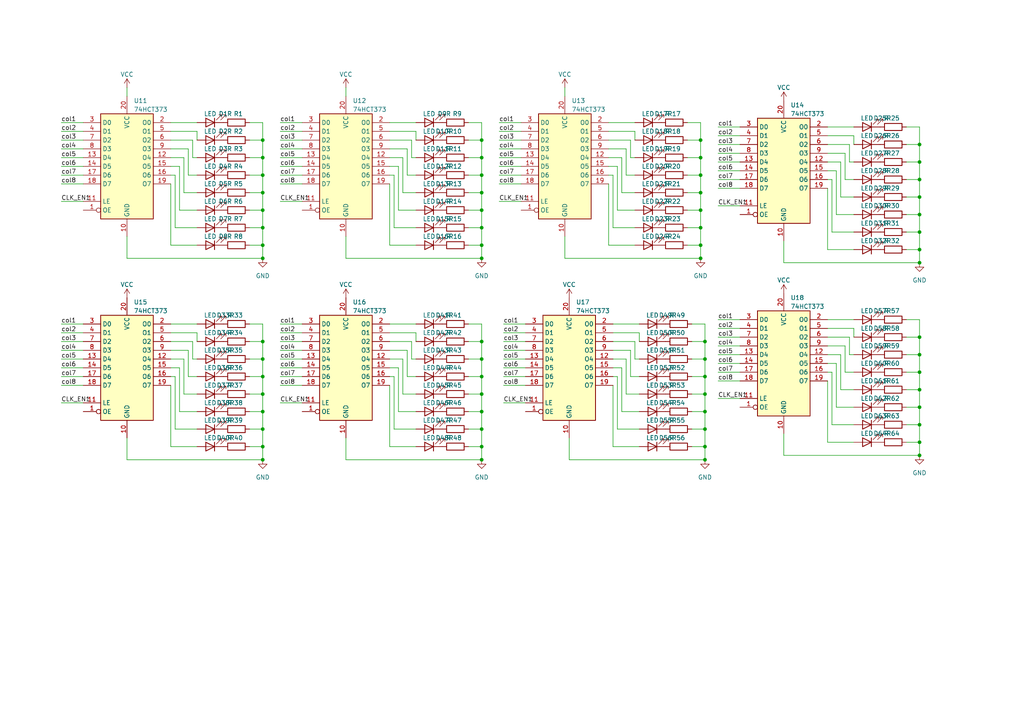
<source format=kicad_sch>
(kicad_sch (version 20230121) (generator eeschema)
  (paper "A4")
  (junction (at 203.2 50.8))
  (junction (at 203.2 45.72))
  (junction (at 266.7 52.07))
  (junction (at 266.7 46.99))
  (junction (at 203.2 74.93))
  (junction (at 139.7 71.12))
  (junction (at 266.7 67.31))
  (junction (at 203.2 60.96))
  (junction (at 203.2 66.04))
  (junction (at 204.47 129.54))
  (junction (at 266.7 57.15))
  (junction (at 203.2 40.64))
  (junction (at 266.7 97.79))
  (junction (at 139.7 104.14))
  (junction (at 266.7 113.03))
  (junction (at 76.2 60.96))
  (junction (at 139.7 129.54))
  (junction (at 204.47 104.14))
  (junction (at 76.2 99.06))
  (junction (at 139.7 99.06))
  (junction (at 76.2 55.88))
  (junction (at 76.2 66.04))
  (junction (at 76.2 71.12))
  (junction (at 139.7 45.72))
  (junction (at 203.2 71.12))
  (junction (at 139.7 60.96))
  (junction (at 204.47 99.06))
  (junction (at 203.2 55.88))
  (junction (at 76.2 129.54))
  (junction (at 266.7 72.39))
  (junction (at 266.7 132.08))
  (junction (at 139.7 133.35))
  (junction (at 139.7 74.93))
  (junction (at 76.2 119.38))
  (junction (at 139.7 66.04))
  (junction (at 76.2 50.8))
  (junction (at 204.47 114.3))
  (junction (at 266.7 107.95))
  (junction (at 76.2 40.64))
  (junction (at 266.7 62.23))
  (junction (at 139.7 119.38))
  (junction (at 76.2 45.72))
  (junction (at 204.47 109.22))
  (junction (at 76.2 114.3))
  (junction (at 266.7 118.11))
  (junction (at 204.47 119.38))
  (junction (at 76.2 133.35))
  (junction (at 139.7 50.8))
  (junction (at 266.7 76.2))
  (junction (at 139.7 124.46))
  (junction (at 266.7 128.27))
  (junction (at 204.47 124.46))
  (junction (at 76.2 74.93))
  (junction (at 266.7 41.91))
  (junction (at 266.7 102.87))
  (junction (at 76.2 124.46))
  (junction (at 139.7 40.64))
  (junction (at 76.2 109.22))
  (junction (at 139.7 114.3))
  (junction (at 139.7 109.22))
  (junction (at 266.7 123.19))
  (junction (at 204.47 133.35))
  (junction (at 139.7 55.88))
  (junction (at 76.2 104.14))
  (wire (pts (xy 139.7 55.88) (xy 139.7 60.96)))
  (wire (pts (xy 246.38 41.91) (xy 246.38 46.99)))
  (wire (pts (xy 81.28 104.14) (xy 87.63 104.14)))
  (wire (pts (xy 72.39 129.54) (xy 76.2 129.54)))
  (wire (pts (xy 72.39 66.04) (xy 76.2 66.04)))
  (wire (pts (xy 113.03 106.68) (xy 115.57 106.68)))
  (wire (pts (xy 240.03 39.37) (xy 247.65 39.37)))
  (wire (pts (xy 120.65 38.1) (xy 120.65 40.64)))
  (wire (pts (xy 49.53 53.34) (xy 49.53 71.12)))
  (wire (pts (xy 100.33 25.4) (xy 100.33 27.94)))
  (wire (pts (xy 50.8 50.8) (xy 50.8 66.04)))
  (wire (pts (xy 55.88 104.14) (xy 57.15 104.14)))
  (wire (pts (xy 262.89 62.23) (xy 266.7 62.23)))
  (wire (pts (xy 139.7 40.64) (xy 139.7 45.72)))
  (wire (pts (xy 246.38 46.99) (xy 247.65 46.99)))
  (wire (pts (xy 76.2 119.38) (xy 76.2 124.46)))
  (wire (pts (xy 116.84 114.3) (xy 120.65 114.3)))
  (wire (pts (xy 179.07 109.22) (xy 179.07 124.46)))
  (wire (pts (xy 266.7 52.07) (xy 266.7 57.15)))
  (wire (pts (xy 17.78 104.14) (xy 24.13 104.14)))
  (wire (pts (xy 144.78 40.64) (xy 151.13 40.64)))
  (wire (pts (xy 163.83 68.58) (xy 163.83 74.93)))
  (wire (pts (xy 36.83 127) (xy 36.83 133.35)))
  (wire (pts (xy 240.03 110.49) (xy 240.03 128.27)))
  (wire (pts (xy 113.03 45.72) (xy 116.84 45.72)))
  (wire (pts (xy 135.89 71.12) (xy 139.7 71.12)))
  (wire (pts (xy 180.34 55.88) (xy 184.15 55.88)))
  (wire (pts (xy 240.03 128.27) (xy 247.65 128.27)))
  (wire (pts (xy 50.8 50.8) (xy 49.53 50.8)))
  (wire (pts (xy 199.39 35.56) (xy 203.2 35.56)))
  (wire (pts (xy 49.53 93.98) (xy 57.15 93.98)))
  (wire (pts (xy 49.53 104.14) (xy 53.34 104.14)))
  (wire (pts (xy 262.89 46.99) (xy 266.7 46.99)))
  (wire (pts (xy 240.03 54.61) (xy 240.03 72.39)))
  (wire (pts (xy 135.89 109.22) (xy 139.7 109.22)))
  (wire (pts (xy 176.53 71.12) (xy 184.15 71.12)))
  (wire (pts (xy 199.39 60.96) (xy 203.2 60.96)))
  (wire (pts (xy 204.47 124.46) (xy 204.47 129.54)))
  (wire (pts (xy 144.78 50.8) (xy 151.13 50.8)))
  (wire (pts (xy 247.65 95.25) (xy 247.65 97.79)))
  (wire (pts (xy 240.03 100.33) (xy 245.11 100.33)))
  (wire (pts (xy 266.7 62.23) (xy 266.7 67.31)))
  (wire (pts (xy 243.84 46.99) (xy 243.84 57.15)))
  (wire (pts (xy 17.78 35.56) (xy 24.13 35.56)))
  (wire (pts (xy 208.28 52.07) (xy 214.63 52.07)))
  (wire (pts (xy 81.28 43.18) (xy 87.63 43.18)))
  (wire (pts (xy 266.7 107.95) (xy 266.7 113.03)))
  (wire (pts (xy 113.03 99.06) (xy 119.38 99.06)))
  (wire (pts (xy 227.33 69.85) (xy 227.33 76.2)))
  (wire (pts (xy 17.78 58.42) (xy 24.13 58.42)))
  (wire (pts (xy 146.05 99.06) (xy 152.4 99.06)))
  (wire (pts (xy 200.66 129.54) (xy 204.47 129.54)))
  (wire (pts (xy 203.2 55.88) (xy 203.2 60.96)))
  (wire (pts (xy 208.28 39.37) (xy 214.63 39.37)))
  (wire (pts (xy 113.03 35.56) (xy 120.65 35.56)))
  (wire (pts (xy 203.2 60.96) (xy 203.2 66.04)))
  (wire (pts (xy 113.03 40.64) (xy 119.38 40.64)))
  (wire (pts (xy 17.78 96.52) (xy 24.13 96.52)))
  (wire (pts (xy 208.28 102.87) (xy 214.63 102.87)))
  (wire (pts (xy 76.2 40.64) (xy 76.2 45.72)))
  (wire (pts (xy 54.61 101.6) (xy 54.61 109.22)))
  (wire (pts (xy 139.7 109.22) (xy 139.7 114.3)))
  (wire (pts (xy 243.84 113.03) (xy 247.65 113.03)))
  (wire (pts (xy 139.7 114.3) (xy 139.7 119.38)))
  (wire (pts (xy 240.03 95.25) (xy 247.65 95.25)))
  (wire (pts (xy 204.47 129.54) (xy 204.47 133.35)))
  (wire (pts (xy 72.39 114.3) (xy 76.2 114.3)))
  (wire (pts (xy 135.89 99.06) (xy 139.7 99.06)))
  (wire (pts (xy 184.15 104.14) (xy 185.42 104.14)))
  (wire (pts (xy 240.03 102.87) (xy 243.84 102.87)))
  (wire (pts (xy 181.61 114.3) (xy 185.42 114.3)))
  (wire (pts (xy 17.78 38.1) (xy 24.13 38.1)))
  (wire (pts (xy 245.11 100.33) (xy 245.11 107.95)))
  (wire (pts (xy 113.03 129.54) (xy 120.65 129.54)))
  (wire (pts (xy 135.89 104.14) (xy 139.7 104.14)))
  (wire (pts (xy 240.03 44.45) (xy 245.11 44.45)))
  (wire (pts (xy 118.11 50.8) (xy 120.65 50.8)))
  (wire (pts (xy 76.2 66.04) (xy 76.2 71.12)))
  (wire (pts (xy 139.7 119.38) (xy 139.7 124.46)))
  (wire (pts (xy 135.89 45.72) (xy 139.7 45.72)))
  (wire (pts (xy 179.07 60.96) (xy 184.15 60.96)))
  (wire (pts (xy 242.57 49.53) (xy 242.57 62.23)))
  (wire (pts (xy 54.61 109.22) (xy 57.15 109.22)))
  (wire (pts (xy 17.78 111.76) (xy 24.13 111.76)))
  (wire (pts (xy 53.34 104.14) (xy 53.34 114.3)))
  (wire (pts (xy 163.83 74.93) (xy 203.2 74.93)))
  (wire (pts (xy 181.61 43.18) (xy 181.61 50.8)))
  (wire (pts (xy 72.39 124.46) (xy 76.2 124.46)))
  (wire (pts (xy 113.03 48.26) (xy 115.57 48.26)))
  (wire (pts (xy 72.39 55.88) (xy 76.2 55.88)))
  (wire (pts (xy 266.7 102.87) (xy 266.7 107.95)))
  (wire (pts (xy 242.57 105.41) (xy 242.57 118.11)))
  (wire (pts (xy 139.7 35.56) (xy 139.7 40.64)))
  (wire (pts (xy 199.39 50.8) (xy 203.2 50.8)))
  (wire (pts (xy 176.53 43.18) (xy 181.61 43.18)))
  (wire (pts (xy 262.89 92.71) (xy 266.7 92.71)))
  (wire (pts (xy 139.7 66.04) (xy 139.7 71.12)))
  (wire (pts (xy 200.66 104.14) (xy 204.47 104.14)))
  (wire (pts (xy 76.2 124.46) (xy 76.2 129.54)))
  (wire (pts (xy 139.7 99.06) (xy 139.7 104.14)))
  (wire (pts (xy 49.53 129.54) (xy 57.15 129.54)))
  (wire (pts (xy 135.89 66.04) (xy 139.7 66.04)))
  (wire (pts (xy 240.03 92.71) (xy 247.65 92.71)))
  (wire (pts (xy 246.38 97.79) (xy 246.38 102.87)))
  (wire (pts (xy 176.53 40.64) (xy 182.88 40.64)))
  (wire (pts (xy 114.3 50.8) (xy 113.03 50.8)))
  (wire (pts (xy 49.53 40.64) (xy 55.88 40.64)))
  (wire (pts (xy 208.28 41.91) (xy 214.63 41.91)))
  (wire (pts (xy 243.84 102.87) (xy 243.84 113.03)))
  (wire (pts (xy 266.7 113.03) (xy 266.7 118.11)))
  (wire (pts (xy 57.15 38.1) (xy 57.15 40.64)))
  (wire (pts (xy 135.89 124.46) (xy 139.7 124.46)))
  (wire (pts (xy 52.07 106.68) (xy 52.07 119.38)))
  (wire (pts (xy 262.89 72.39) (xy 266.7 72.39)))
  (wire (pts (xy 36.83 74.93) (xy 76.2 74.93)))
  (wire (pts (xy 52.07 60.96) (xy 57.15 60.96)))
  (wire (pts (xy 203.2 71.12) (xy 203.2 74.93)))
  (wire (pts (xy 17.78 99.06) (xy 24.13 99.06)))
  (wire (pts (xy 139.7 60.96) (xy 139.7 66.04)))
  (wire (pts (xy 144.78 58.42) (xy 151.13 58.42)))
  (wire (pts (xy 241.3 52.07) (xy 241.3 67.31)))
  (wire (pts (xy 240.03 105.41) (xy 242.57 105.41)))
  (wire (pts (xy 262.89 52.07) (xy 266.7 52.07)))
  (wire (pts (xy 200.66 99.06) (xy 204.47 99.06)))
  (wire (pts (xy 144.78 48.26) (xy 151.13 48.26)))
  (wire (pts (xy 36.83 68.58) (xy 36.83 74.93)))
  (wire (pts (xy 227.33 76.2) (xy 266.7 76.2)))
  (wire (pts (xy 262.89 107.95) (xy 266.7 107.95)))
  (wire (pts (xy 179.07 109.22) (xy 177.8 109.22)))
  (wire (pts (xy 177.8 93.98) (xy 185.42 93.98)))
  (wire (pts (xy 17.78 101.6) (xy 24.13 101.6)))
  (wire (pts (xy 72.39 35.56) (xy 76.2 35.56)))
  (wire (pts (xy 208.28 49.53) (xy 214.63 49.53)))
  (wire (pts (xy 180.34 45.72) (xy 180.34 55.88)))
  (wire (pts (xy 180.34 119.38) (xy 185.42 119.38)))
  (wire (pts (xy 208.28 36.83) (xy 214.63 36.83)))
  (wire (pts (xy 76.2 129.54) (xy 76.2 133.35)))
  (wire (pts (xy 266.7 36.83) (xy 266.7 41.91)))
  (wire (pts (xy 135.89 129.54) (xy 139.7 129.54)))
  (wire (pts (xy 139.7 104.14) (xy 139.7 109.22)))
  (wire (pts (xy 57.15 96.52) (xy 57.15 99.06)))
  (wire (pts (xy 177.8 101.6) (xy 182.88 101.6)))
  (wire (pts (xy 49.53 38.1) (xy 57.15 38.1)))
  (wire (pts (xy 113.03 101.6) (xy 118.11 101.6)))
  (wire (pts (xy 72.39 99.06) (xy 76.2 99.06)))
  (wire (pts (xy 146.05 96.52) (xy 152.4 96.52)))
  (wire (pts (xy 81.28 101.6) (xy 87.63 101.6)))
  (wire (pts (xy 181.61 104.14) (xy 181.61 114.3)))
  (wire (pts (xy 81.28 50.8) (xy 87.63 50.8)))
  (wire (pts (xy 163.83 25.4) (xy 163.83 27.94)))
  (wire (pts (xy 17.78 93.98) (xy 24.13 93.98)))
  (wire (pts (xy 17.78 106.68) (xy 24.13 106.68)))
  (wire (pts (xy 119.38 99.06) (xy 119.38 104.14)))
  (wire (pts (xy 208.28 92.71) (xy 214.63 92.71)))
  (wire (pts (xy 76.2 60.96) (xy 76.2 66.04)))
  (wire (pts (xy 262.89 36.83) (xy 266.7 36.83)))
  (wire (pts (xy 135.89 114.3) (xy 139.7 114.3)))
  (wire (pts (xy 53.34 114.3) (xy 57.15 114.3)))
  (wire (pts (xy 177.8 96.52) (xy 185.42 96.52)))
  (wire (pts (xy 100.33 133.35) (xy 139.7 133.35)))
  (wire (pts (xy 243.84 57.15) (xy 247.65 57.15)))
  (wire (pts (xy 115.57 119.38) (xy 120.65 119.38)))
  (wire (pts (xy 119.38 104.14) (xy 120.65 104.14)))
  (wire (pts (xy 208.28 107.95) (xy 214.63 107.95)))
  (wire (pts (xy 203.2 66.04) (xy 203.2 71.12)))
  (wire (pts (xy 262.89 128.27) (xy 266.7 128.27)))
  (wire (pts (xy 81.28 58.42) (xy 87.63 58.42)))
  (wire (pts (xy 208.28 100.33) (xy 214.63 100.33)))
  (wire (pts (xy 120.65 96.52) (xy 120.65 99.06)))
  (wire (pts (xy 204.47 109.22) (xy 204.47 114.3)))
  (wire (pts (xy 227.33 132.08) (xy 266.7 132.08)))
  (wire (pts (xy 262.89 118.11) (xy 266.7 118.11)))
  (wire (pts (xy 146.05 111.76) (xy 152.4 111.76)))
  (wire (pts (xy 72.39 50.8) (xy 76.2 50.8)))
  (wire (pts (xy 50.8 66.04) (xy 57.15 66.04)))
  (wire (pts (xy 262.89 41.91) (xy 266.7 41.91)))
  (wire (pts (xy 241.3 123.19) (xy 247.65 123.19)))
  (wire (pts (xy 52.07 119.38) (xy 57.15 119.38)))
  (wire (pts (xy 146.05 116.84) (xy 152.4 116.84)))
  (wire (pts (xy 113.03 71.12) (xy 120.65 71.12)))
  (wire (pts (xy 266.7 41.91) (xy 266.7 46.99)))
  (wire (pts (xy 208.28 54.61) (xy 214.63 54.61)))
  (wire (pts (xy 72.39 109.22) (xy 76.2 109.22)))
  (wire (pts (xy 240.03 49.53) (xy 242.57 49.53)))
  (wire (pts (xy 180.34 106.68) (xy 180.34 119.38)))
  (wire (pts (xy 199.39 55.88) (xy 203.2 55.88)))
  (wire (pts (xy 182.88 40.64) (xy 182.88 45.72)))
  (wire (pts (xy 115.57 60.96) (xy 120.65 60.96)))
  (wire (pts (xy 135.89 50.8) (xy 139.7 50.8)))
  (wire (pts (xy 49.53 48.26) (xy 52.07 48.26)))
  (wire (pts (xy 55.88 99.06) (xy 55.88 104.14)))
  (wire (pts (xy 262.89 123.19) (xy 266.7 123.19)))
  (wire (pts (xy 208.28 97.79) (xy 214.63 97.79)))
  (wire (pts (xy 17.78 45.72) (xy 24.13 45.72)))
  (wire (pts (xy 266.7 128.27) (xy 266.7 132.08)))
  (wire (pts (xy 54.61 50.8) (xy 57.15 50.8)))
  (wire (pts (xy 81.28 53.34) (xy 87.63 53.34)))
  (wire (pts (xy 139.7 129.54) (xy 139.7 133.35)))
  (wire (pts (xy 17.78 40.64) (xy 24.13 40.64)))
  (wire (pts (xy 176.53 48.26) (xy 179.07 48.26)))
  (wire (pts (xy 72.39 40.64) (xy 76.2 40.64)))
  (wire (pts (xy 177.8 50.8) (xy 176.53 50.8)))
  (wire (pts (xy 100.33 74.93) (xy 139.7 74.93)))
  (wire (pts (xy 203.2 35.56) (xy 203.2 40.64)))
  (wire (pts (xy 81.28 99.06) (xy 87.63 99.06)))
  (wire (pts (xy 49.53 101.6) (xy 54.61 101.6)))
  (wire (pts (xy 204.47 93.98) (xy 204.47 99.06)))
  (wire (pts (xy 139.7 93.98) (xy 139.7 99.06)))
  (wire (pts (xy 72.39 119.38) (xy 76.2 119.38)))
  (wire (pts (xy 144.78 38.1) (xy 151.13 38.1)))
  (wire (pts (xy 50.8 124.46) (xy 57.15 124.46)))
  (wire (pts (xy 177.8 99.06) (xy 184.15 99.06)))
  (wire (pts (xy 146.05 93.98) (xy 152.4 93.98)))
  (wire (pts (xy 208.28 115.57) (xy 214.63 115.57)))
  (wire (pts (xy 76.2 93.98) (xy 76.2 99.06)))
  (wire (pts (xy 81.28 48.26) (xy 87.63 48.26)))
  (wire (pts (xy 240.03 36.83) (xy 247.65 36.83)))
  (wire (pts (xy 76.2 50.8) (xy 76.2 55.88)))
  (wire (pts (xy 184.15 99.06) (xy 184.15 104.14)))
  (wire (pts (xy 262.89 57.15) (xy 266.7 57.15)))
  (wire (pts (xy 177.8 111.76) (xy 177.8 129.54)))
  (wire (pts (xy 36.83 25.4) (xy 36.83 27.94)))
  (wire (pts (xy 81.28 106.68) (xy 87.63 106.68)))
  (wire (pts (xy 139.7 50.8) (xy 139.7 55.88)))
  (wire (pts (xy 203.2 40.64) (xy 203.2 45.72)))
  (wire (pts (xy 177.8 66.04) (xy 184.15 66.04)))
  (wire (pts (xy 185.42 96.52) (xy 185.42 99.06)))
  (wire (pts (xy 139.7 71.12) (xy 139.7 74.93)))
  (wire (pts (xy 242.57 118.11) (xy 247.65 118.11)))
  (wire (pts (xy 17.78 109.22) (xy 24.13 109.22)))
  (wire (pts (xy 81.28 93.98) (xy 87.63 93.98)))
  (wire (pts (xy 76.2 71.12) (xy 76.2 74.93)))
  (wire (pts (xy 76.2 99.06) (xy 76.2 104.14)))
  (wire (pts (xy 208.28 46.99) (xy 214.63 46.99)))
  (wire (pts (xy 199.39 66.04) (xy 203.2 66.04)))
  (wire (pts (xy 181.61 50.8) (xy 184.15 50.8)))
  (wire (pts (xy 114.3 66.04) (xy 120.65 66.04)))
  (wire (pts (xy 72.39 93.98) (xy 76.2 93.98)))
  (wire (pts (xy 204.47 114.3) (xy 204.47 119.38)))
  (wire (pts (xy 135.89 55.88) (xy 139.7 55.88)))
  (wire (pts (xy 17.78 43.18) (xy 24.13 43.18)))
  (wire (pts (xy 113.03 96.52) (xy 120.65 96.52)))
  (wire (pts (xy 182.88 109.22) (xy 185.42 109.22)))
  (wire (pts (xy 227.33 125.73) (xy 227.33 132.08)))
  (wire (pts (xy 199.39 45.72) (xy 203.2 45.72)))
  (wire (pts (xy 17.78 116.84) (xy 24.13 116.84)))
  (wire (pts (xy 139.7 124.46) (xy 139.7 129.54)))
  (wire (pts (xy 241.3 107.95) (xy 241.3 123.19)))
  (wire (pts (xy 177.8 106.68) (xy 180.34 106.68)))
  (wire (pts (xy 116.84 55.88) (xy 120.65 55.88)))
  (wire (pts (xy 240.03 41.91) (xy 246.38 41.91)))
  (wire (pts (xy 144.78 53.34) (xy 151.13 53.34)))
  (wire (pts (xy 49.53 35.56) (xy 57.15 35.56)))
  (wire (pts (xy 179.07 48.26) (xy 179.07 60.96)))
  (wire (pts (xy 55.88 40.64) (xy 55.88 45.72)))
  (wire (pts (xy 81.28 45.72) (xy 87.63 45.72)))
  (wire (pts (xy 116.84 104.14) (xy 116.84 114.3)))
  (wire (pts (xy 208.28 59.69) (xy 214.63 59.69)))
  (wire (pts (xy 176.53 35.56) (xy 184.15 35.56)))
  (wire (pts (xy 199.39 71.12) (xy 203.2 71.12)))
  (wire (pts (xy 240.03 46.99) (xy 243.84 46.99)))
  (wire (pts (xy 76.2 109.22) (xy 76.2 114.3)))
  (wire (pts (xy 266.7 57.15) (xy 266.7 62.23)))
  (wire (pts (xy 199.39 40.64) (xy 203.2 40.64)))
  (wire (pts (xy 182.88 45.72) (xy 184.15 45.72)))
  (wire (pts (xy 49.53 71.12) (xy 57.15 71.12)))
  (wire (pts (xy 245.11 52.07) (xy 247.65 52.07)))
  (wire (pts (xy 262.89 113.03) (xy 266.7 113.03)))
  (wire (pts (xy 204.47 104.14) (xy 204.47 109.22)))
  (wire (pts (xy 200.66 119.38) (xy 204.47 119.38)))
  (wire (pts (xy 245.11 107.95) (xy 247.65 107.95)))
  (wire (pts (xy 203.2 50.8) (xy 203.2 55.88)))
  (wire (pts (xy 76.2 45.72) (xy 76.2 50.8)))
  (wire (pts (xy 113.03 93.98) (xy 120.65 93.98)))
  (wire (pts (xy 81.28 111.76) (xy 87.63 111.76)))
  (wire (pts (xy 81.28 35.56) (xy 87.63 35.56)))
  (wire (pts (xy 200.66 124.46) (xy 204.47 124.46)))
  (wire (pts (xy 240.03 72.39) (xy 247.65 72.39)))
  (wire (pts (xy 100.33 127) (xy 100.33 133.35)))
  (wire (pts (xy 146.05 104.14) (xy 152.4 104.14)))
  (wire (pts (xy 200.66 109.22) (xy 204.47 109.22)))
  (wire (pts (xy 113.03 104.14) (xy 116.84 104.14)))
  (wire (pts (xy 241.3 67.31) (xy 247.65 67.31)))
  (wire (pts (xy 204.47 119.38) (xy 204.47 124.46)))
  (wire (pts (xy 144.78 35.56) (xy 151.13 35.56)))
  (wire (pts (xy 113.03 38.1) (xy 120.65 38.1)))
  (wire (pts (xy 81.28 109.22) (xy 87.63 109.22)))
  (wire (pts (xy 266.7 46.99) (xy 266.7 52.07)))
  (wire (pts (xy 113.03 111.76) (xy 113.03 129.54)))
  (wire (pts (xy 176.53 45.72) (xy 180.34 45.72)))
  (wire (pts (xy 266.7 123.19) (xy 266.7 128.27)))
  (wire (pts (xy 72.39 71.12) (xy 76.2 71.12)))
  (wire (pts (xy 81.28 38.1) (xy 87.63 38.1)))
  (wire (pts (xy 76.2 55.88) (xy 76.2 60.96)))
  (wire (pts (xy 76.2 114.3) (xy 76.2 119.38)))
  (wire (pts (xy 53.34 45.72) (xy 53.34 55.88)))
  (wire (pts (xy 72.39 45.72) (xy 76.2 45.72)))
  (wire (pts (xy 177.8 104.14) (xy 181.61 104.14)))
  (wire (pts (xy 266.7 67.31) (xy 266.7 72.39)))
  (wire (pts (xy 262.89 97.79) (xy 266.7 97.79)))
  (wire (pts (xy 116.84 45.72) (xy 116.84 55.88)))
  (wire (pts (xy 182.88 101.6) (xy 182.88 109.22)))
  (wire (pts (xy 81.28 96.52) (xy 87.63 96.52)))
  (wire (pts (xy 176.53 53.34) (xy 176.53 71.12)))
  (wire (pts (xy 146.05 101.6) (xy 152.4 101.6)))
  (wire (pts (xy 241.3 52.07) (xy 240.03 52.07)))
  (wire (pts (xy 81.28 116.84) (xy 87.63 116.84)))
  (wire (pts (xy 144.78 43.18) (xy 151.13 43.18)))
  (wire (pts (xy 52.07 48.26) (xy 52.07 60.96)))
  (wire (pts (xy 113.03 43.18) (xy 118.11 43.18)))
  (wire (pts (xy 179.07 124.46) (xy 185.42 124.46)))
  (wire (pts (xy 247.65 39.37) (xy 247.65 41.91)))
  (wire (pts (xy 119.38 45.72) (xy 120.65 45.72)))
  (wire (pts (xy 49.53 99.06) (xy 55.88 99.06)))
  (wire (pts (xy 76.2 104.14) (xy 76.2 109.22)))
  (wire (pts (xy 262.89 102.87) (xy 266.7 102.87)))
  (wire (pts (xy 53.34 55.88) (xy 57.15 55.88)))
  (wire (pts (xy 266.7 72.39) (xy 266.7 76.2)))
  (wire (pts (xy 49.53 96.52) (xy 57.15 96.52)))
  (wire (pts (xy 144.78 45.72) (xy 151.13 45.72)))
  (wire (pts (xy 203.2 45.72) (xy 203.2 50.8)))
  (wire (pts (xy 208.28 95.25) (xy 214.63 95.25)))
  (wire (pts (xy 135.89 40.64) (xy 139.7 40.64)))
  (wire (pts (xy 100.33 68.58) (xy 100.33 74.93)))
  (wire (pts (xy 266.7 97.79) (xy 266.7 102.87)))
  (wire (pts (xy 266.7 92.71) (xy 266.7 97.79)))
  (wire (pts (xy 139.7 45.72) (xy 139.7 50.8)))
  (wire (pts (xy 176.53 38.1) (xy 184.15 38.1)))
  (wire (pts (xy 135.89 93.98) (xy 139.7 93.98)))
  (wire (pts (xy 114.3 109.22) (xy 113.03 109.22)))
  (wire (pts (xy 50.8 109.22) (xy 49.53 109.22)))
  (wire (pts (xy 240.03 97.79) (xy 246.38 97.79)))
  (wire (pts (xy 245.11 44.45) (xy 245.11 52.07)))
  (wire (pts (xy 118.11 43.18) (xy 118.11 50.8)))
  (wire (pts (xy 54.61 43.18) (xy 54.61 50.8)))
  (wire (pts (xy 208.28 105.41) (xy 214.63 105.41)))
  (wire (pts (xy 266.7 118.11) (xy 266.7 123.19)))
  (wire (pts (xy 135.89 35.56) (xy 139.7 35.56)))
  (wire (pts (xy 119.38 40.64) (xy 119.38 45.72)))
  (wire (pts (xy 36.83 133.35) (xy 76.2 133.35)))
  (wire (pts (xy 115.57 106.68) (xy 115.57 119.38)))
  (wire (pts (xy 208.28 110.49) (xy 214.63 110.49)))
  (wire (pts (xy 242.57 62.23) (xy 247.65 62.23)))
  (wire (pts (xy 208.28 44.45) (xy 214.63 44.45)))
  (wire (pts (xy 49.53 43.18) (xy 54.61 43.18)))
  (wire (pts (xy 204.47 99.06) (xy 204.47 104.14)))
  (wire (pts (xy 118.11 109.22) (xy 120.65 109.22)))
  (wire (pts (xy 246.38 102.87) (xy 247.65 102.87)))
  (wire (pts (xy 200.66 93.98) (xy 204.47 93.98)))
  (wire (pts (xy 146.05 106.68) (xy 152.4 106.68)))
  (wire (pts (xy 55.88 45.72) (xy 57.15 45.72)))
  (wire (pts (xy 200.66 114.3) (xy 204.47 114.3)))
  (wire (pts (xy 146.05 109.22) (xy 152.4 109.22)))
  (wire (pts (xy 49.53 45.72) (xy 53.34 45.72)))
  (wire (pts (xy 241.3 107.95) (xy 240.03 107.95)))
  (wire (pts (xy 114.3 124.46) (xy 120.65 124.46)))
  (wire (pts (xy 17.78 53.34) (xy 24.13 53.34)))
  (wire (pts (xy 72.39 104.14) (xy 76.2 104.14)))
  (wire (pts (xy 115.57 48.26) (xy 115.57 60.96)))
  (wire (pts (xy 135.89 60.96) (xy 139.7 60.96)))
  (wire (pts (xy 76.2 35.56) (xy 76.2 40.64)))
  (wire (pts (xy 50.8 109.22) (xy 50.8 124.46)))
  (wire (pts (xy 184.15 38.1) (xy 184.15 40.64)))
  (wire (pts (xy 165.1 127) (xy 165.1 133.35)))
  (wire (pts (xy 17.78 48.26) (xy 24.13 48.26)))
  (wire (pts (xy 17.78 50.8) (xy 24.13 50.8)))
  (wire (pts (xy 118.11 101.6) (xy 118.11 109.22)))
  (wire (pts (xy 114.3 109.22) (xy 114.3 124.46)))
  (wire (pts (xy 113.03 53.34) (xy 113.03 71.12)))
  (wire (pts (xy 81.28 40.64) (xy 87.63 40.64)))
  (wire (pts (xy 135.89 119.38) (xy 139.7 119.38)))
  (wire (pts (xy 262.89 67.31) (xy 266.7 67.31)))
  (wire (pts (xy 49.53 106.68) (xy 52.07 106.68)))
  (wire (pts (xy 177.8 129.54) (xy 185.42 129.54)))
  (wire (pts (xy 114.3 50.8) (xy 114.3 66.04)))
  (wire (pts (xy 49.53 111.76) (xy 49.53 129.54)))
  (wire (pts (xy 165.1 133.35) (xy 204.47 133.35)))
  (wire (pts (xy 177.8 50.8) (xy 177.8 66.04)))
  (wire (pts (xy 72.39 60.96) (xy 76.2 60.96)))
  (label "col4" (at 208.28 44.45 0))
  (label "col2" (at 208.28 39.37 0))
  (label "col1" (at 146.05 93.98 0))
  (label "col6" (at 81.28 48.26 0))
  (label "col3" (at 208.28 41.91 0))
  (label "col4" (at 208.28 100.33 0))
  (label "col6" (at 81.28 106.68 0))
  (label "col5" (at 208.28 46.99 0))
  (label "col4" (at 81.28 101.6 0))
  (label "col6" (at 17.78 106.68 0))
  (label "col5" (at 17.78 104.14 0))
  (label "CLK_EN1" (at 81.28 58.42 0))
  (label "col5" (at 144.78 45.72 0))
  (label "col7" (at 146.05 109.22 0))
  (label "col6" (at 208.28 105.41 0))
  (label "col8" (at 81.28 53.34 0))
  (label "col1" (at 208.28 92.71 0))
  (label "col7" (at 17.78 109.22 0))
  (label "col4" (at 17.78 43.18 0))
  (label "col3" (at 81.28 99.06 0))
  (label "col4" (at 144.78 43.18 0))
  (label "col8" (at 17.78 53.34 0))
  (label "col2" (at 81.28 96.52 0))
  (label "col4" (at 146.05 101.6 0))
  (label "col7" (at 208.28 52.07 0))
  (label "col5" (at 81.28 104.14 0))
  (label "col7" (at 144.78 50.8 0))
  (label "col1" (at 208.28 36.83 0))
  (label "col3" (at 208.28 97.79 0))
  (label "col8" (at 146.05 111.76 0))
  (label "col8" (at 81.28 111.76 0))
  (label "col5" (at 146.05 104.14 0))
  (label "col8" (at 208.28 54.61 0))
  (label "col1" (at 81.28 93.98 0))
  (label "col6" (at 208.28 49.53 0))
  (label "CLK_EN1" (at 81.28 116.84 0))
  (label "CLK_EN1" (at 208.28 115.57 0))
  (label "col2" (at 144.78 38.1 0))
  (label "col6" (at 146.05 106.68 0))
  (label "col5" (at 17.78 45.72 0))
  (label "col6" (at 17.78 48.26 0))
  (label "col2" (at 17.78 96.52 0))
  (label "CLK_EN1" (at 17.78 116.84 0))
  (label "col3" (at 17.78 40.64 0))
  (label "col3" (at 81.28 40.64 0))
  (label "col5" (at 81.28 45.72 0))
  (label "col5" (at 208.28 102.87 0))
  (label "col1" (at 144.78 35.56 0))
  (label "CLK_EN1" (at 144.78 58.42 0))
  (label "col6" (at 144.78 48.26 0))
  (label "col1" (at 17.78 93.98 0))
  (label "col2" (at 208.28 95.25 0))
  (label "col3" (at 144.78 40.64 0))
  (label "col3" (at 17.78 99.06 0))
  (label "col7" (at 81.28 50.8 0))
  (label "col3" (at 146.05 99.06 0))
  (label "col7" (at 17.78 50.8 0))
  (label "col4" (at 17.78 101.6 0))
  (label "col4" (at 81.28 43.18 0))
  (label "col1" (at 17.78 35.56 0))
  (label "CLK_EN1" (at 208.28 59.69 0))
  (label "col1" (at 81.28 35.56 0))
  (label "CLK_EN1" (at 146.05 116.84 0))
  (label "col7" (at 208.28 107.95 0))
  (label "CLK_EN1" (at 17.78 58.42 0))
  (label "col7" (at 81.28 109.22 0))
  (label "col8" (at 208.28 110.49 0))
  (label "col2" (at 146.05 96.52 0))
  (label "col2" (at 17.78 38.1 0))
  (label "col8" (at 144.78 53.34 0))
  (label "col2" (at 81.28 38.1 0))
  (label "col8" (at 17.78 111.76 0))
  (symbol (lib_id "Device:LED") (at 189.23 129.54 180) (unit 1)
    (property "Reference" "D56" (at 193.04 127 0))
    (property "Value" "LED" (at 189.23 127 0))
    (property "Footprint" "LED_THT:LED_D10.0mm" (effects hide))
  )
  (symbol (lib_id "Device:LED") (at 251.46 72.39 180) (unit 1)
    (property "Reference" "D32" (at 255.27 69.85 0))
    (property "Value" "LED" (at 251.46 69.85 0))
    (property "Footprint" "LED_THT:LED_D10.0mm" (effects hide))
  )
  (symbol (lib_id "Device:LED") (at 187.96 66.04 180) (unit 1)
    (property "Reference" "D23" (at 191.77 63.5 0))
    (property "Value" "LED" (at 187.96 63.5 0))
    (property "Footprint" "LED_THT:LED_D10.0mm" (effects hide))
  )
  (symbol (lib_id "Device:LED") (at 124.46 55.88 180) (unit 1)
    (property "Reference" "D13" (at 128.27 53.34 0))
    (property "Value" "LED" (at 124.46 53.34 0))
    (property "Footprint" "LED_THT:LED_D10.0mm" (effects hide))
  )
  (symbol (lib_id "Device:LED") (at 60.96 93.98 180) (unit 1)
    (property "Reference" "D33" (at 64.77 91.44 0))
    (property "Value" "LED" (at 60.96 91.44 0))
    (property "Footprint" "LED_THT:LED_D10.0mm" (effects hide))
  )
  (symbol (lib_id "74xx:74HCT373") (at 100.33 106.68 0) (unit 1)
    (property "Reference" "U16" (at 102.2859 87.63 0) (effects (justify left)))
    (property "Value" "74HCT373" (at 102.2859 90.17 0) (effects (justify left)))
    (property "Footprint" "Package_SO:TSSOP-20_4.4x6.5mm_P0.65mm" (effects hide))
    (property "Datasheet" "https://www.ti.com/lit/ds/symlink/sn74hct373.pdf" (effects hide))
  )
  (symbol (lib_id "Device:LED") (at 60.96 45.72 180) (unit 1)
    (property "Reference" "D3" (at 64.77 43.18 0))
    (property "Value" "LED" (at 60.96 43.18 0))
    (property "Footprint" "LED_THT:LED_D10.0mm" (effects hide))
  )
  (symbol (lib_id "Device:LED") (at 60.96 35.56 180) (unit 1)
    (property "Reference" "D1" (at 64.77 33.02 0))
    (property "Value" "LED" (at 60.96 33.02 0))
    (property "Footprint" "LED_THT:LED_D10.0mm" (effects hide))
  )
  (symbol (lib_id "74xx:74HCT373") (at 36.83 106.68 0) (unit 1)
    (property "Reference" "U15" (at 38.7859 87.63 0) (effects (justify left)))
    (property "Value" "74HCT373" (at 38.7859 90.17 0) (effects (justify left)))
    (property "Footprint" "Package_SO:TSSOP-20_4.4x6.5mm_P0.65mm" (effects hide))
    (property "Datasheet" "https://www.ti.com/lit/ds/symlink/sn74hct373.pdf" (effects hide))
  )
  (symbol (lib_id "Device:R") (at 259.08 62.23 90) (unit 1)
    (property "Reference" "R30" (at 260.985 59.69 90) (effects (justify left)))
    (property "Value" "R" (at 257.81 59.69 90) (effects (justify left)))
    (property "Footprint" "Resistor_SMD:R_0603_1608Metric" (effects hide))
  )
  (symbol (lib_id "Device:LED") (at 251.46 102.87 180) (unit 1)
    (property "Reference" "D59" (at 255.27 100.33 0))
    (property "Value" "LED" (at 251.46 100.33 0))
    (property "Footprint" "LED_THT:LED_D10.0mm" (effects hide))
  )
  (symbol (lib_id "power:GND") (at 203.2 74.93 0) (unit 1)
    (property "Reference" "#PWR010" (effects hide))
    (property "Value" "GND" (at 203.2 80.01 0))
  )
  (symbol (lib_id "Device:R") (at 259.08 67.31 90) (unit 1)
    (property "Reference" "R31" (at 260.985 64.77 90) (effects (justify left)))
    (property "Value" "R" (at 257.81 64.77 90) (effects (justify left)))
    (property "Footprint" "Resistor_SMD:R_0603_1608Metric" (effects hide))
  )
  (symbol (lib_id "power:VCC") (at 227.33 85.09 0) (unit 1)
    (property "Reference" "#PWR019" (effects hide))
    (property "Value" "VCC" (at 227.33 81.28 0))
  )
  (symbol (lib_id "Device:LED") (at 251.46 113.03 180) (unit 1)
    (property "Reference" "D61" (at 255.27 110.49 0))
    (property "Value" "LED" (at 251.46 110.49 0))
    (property "Footprint" "LED_THT:LED_D10.0mm" (effects hide))
  )
  (symbol (lib_id "Device:R") (at 68.58 45.72 90) (unit 1)
    (property "Reference" "R3" (at 70.485 43.18 90) (effects (justify left)))
    (property "Value" "R" (at 67.31 43.18 90) (effects (justify left)))
    (property "Footprint" "Resistor_SMD:R_0603_1608Metric" (effects hide))
  )
  (symbol (lib_id "Device:LED") (at 187.96 40.64 180) (unit 1)
    (property "Reference" "D18" (at 191.77 38.1 0))
    (property "Value" "LED" (at 187.96 38.1 0))
    (property "Footprint" "LED_THT:LED_D10.0mm" (effects hide))
  )
  (symbol (lib_id "Device:R") (at 68.58 66.04 90) (unit 1)
    (property "Reference" "R7" (at 70.485 63.5 90) (effects (justify left)))
    (property "Value" "R" (at 67.31 63.5 90) (effects (justify left)))
    (property "Footprint" "Resistor_SMD:R_0603_1608Metric" (effects hide))
  )
  (symbol (lib_id "Device:R") (at 132.08 50.8 90) (unit 1)
    (property "Reference" "R12" (at 133.985 48.26 90) (effects (justify left)))
    (property "Value" "R" (at 130.81 48.26 90) (effects (justify left)))
    (property "Footprint" "Resistor_SMD:R_0603_1608Metric" (effects hide))
  )
  (symbol (lib_id "power:GND") (at 76.2 133.35 0) (unit 1)
    (property "Reference" "#PWR014" (effects hide))
    (property "Value" "GND" (at 76.2 138.43 0))
  )
  (symbol (lib_id "Device:R") (at 195.58 66.04 90) (unit 1)
    (property "Reference" "R23" (at 197.485 63.5 90) (effects (justify left)))
    (property "Value" "R" (at 194.31 63.5 90) (effects (justify left)))
    (property "Footprint" "Resistor_SMD:R_0603_1608Metric" (effects hide))
  )
  (symbol (lib_id "Device:LED") (at 124.46 40.64 180) (unit 1)
    (property "Reference" "D10" (at 128.27 38.1 0))
    (property "Value" "LED" (at 124.46 38.1 0))
    (property "Footprint" "LED_THT:LED_D10.0mm" (effects hide))
  )
  (symbol (lib_id "Device:R") (at 196.85 124.46 90) (unit 1)
    (property "Reference" "R55" (at 198.755 121.92 90) (effects (justify left)))
    (property "Value" "R" (at 195.58 121.92 90) (effects (justify left)))
    (property "Footprint" "Resistor_SMD:R_0603_1608Metric" (effects hide))
  )
  (symbol (lib_id "Device:R") (at 259.08 52.07 90) (unit 1)
    (property "Reference" "R28" (at 260.985 49.53 90) (effects (justify left)))
    (property "Value" "R" (at 257.81 49.53 90) (effects (justify left)))
    (property "Footprint" "Resistor_SMD:R_0603_1608Metric" (effects hide))
  )
  (symbol (lib_id "Device:LED") (at 124.46 45.72 180) (unit 1)
    (property "Reference" "D11" (at 128.27 43.18 0))
    (property "Value" "LED" (at 124.46 43.18 0))
    (property "Footprint" "LED_THT:LED_D10.0mm" (effects hide))
  )
  (symbol (lib_id "Device:LED") (at 124.46 104.14 180) (unit 1)
    (property "Reference" "D43" (at 128.27 101.6 0))
    (property "Value" "LED" (at 124.46 101.6 0))
    (property "Footprint" "LED_THT:LED_D10.0mm" (effects hide))
  )
  (symbol (lib_id "Device:R") (at 132.08 71.12 90) (unit 1)
    (property "Reference" "R16" (at 133.985 68.58 90) (effects (justify left)))
    (property "Value" "R" (at 130.81 68.58 90) (effects (justify left)))
    (property "Footprint" "Resistor_SMD:R_0603_1608Metric" (effects hide))
  )
  (symbol (lib_id "Device:R") (at 68.58 60.96 90) (unit 1)
    (property "Reference" "R6" (at 70.485 58.42 90) (effects (justify left)))
    (property "Value" "R" (at 67.31 58.42 90) (effects (justify left)))
    (property "Footprint" "Resistor_SMD:R_0603_1608Metric" (effects hide))
  )
  (symbol (lib_id "Device:LED") (at 251.46 118.11 180) (unit 1)
    (property "Reference" "D62" (at 255.27 115.57 0))
    (property "Value" "LED" (at 251.46 115.57 0))
    (property "Footprint" "LED_THT:LED_D10.0mm" (effects hide))
  )
  (symbol (lib_id "Device:R") (at 132.08 119.38 90) (unit 1)
    (property "Reference" "R46" (at 133.985 116.84 90) (effects (justify left)))
    (property "Value" "R" (at 130.81 116.84 90) (effects (justify left)))
    (property "Footprint" "Resistor_SMD:R_0603_1608Metric" (effects hide))
  )
  (symbol (lib_id "Device:LED") (at 60.96 71.12 180) (unit 1)
    (property "Reference" "D8" (at 64.77 68.58 0))
    (property "Value" "LED" (at 60.96 68.58 0))
    (property "Footprint" "LED_THT:LED_D10.0mm" (effects hide))
  )
  (symbol (lib_id "Device:R") (at 195.58 40.64 90) (unit 1)
    (property "Reference" "R18" (at 197.485 38.1 90) (effects (justify left)))
    (property "Value" "R" (at 194.31 38.1 90) (effects (justify left)))
    (property "Footprint" "Resistor_SMD:R_0603_1608Metric" (effects hide))
  )
  (symbol (lib_id "Device:LED") (at 60.96 60.96 180) (unit 1)
    (property "Reference" "D6" (at 64.77 58.42 0))
    (property "Value" "LED" (at 60.96 58.42 0))
    (property "Footprint" "LED_THT:LED_D10.0mm" (effects hide))
  )
  (symbol (lib_id "Device:R") (at 132.08 66.04 90) (unit 1)
    (property "Reference" "R15" (at 133.985 63.5 90) (effects (justify left)))
    (property "Value" "R" (at 130.81 63.5 90) (effects (justify left)))
    (property "Footprint" "Resistor_SMD:R_0603_1608Metric" (effects hide))
  )
  (symbol (lib_id "Device:LED") (at 124.46 114.3 180) (unit 1)
    (property "Reference" "D45" (at 128.27 111.76 0))
    (property "Value" "LED" (at 124.46 111.76 0))
    (property "Footprint" "LED_THT:LED_D10.0mm" (effects hide))
  )
  (symbol (lib_id "Device:R") (at 132.08 109.22 90) (unit 1)
    (property "Reference" "R44" (at 133.985 106.68 90) (effects (justify left)))
    (property "Value" "R" (at 130.81 106.68 90) (effects (justify left)))
    (property "Footprint" "Resistor_SMD:R_0603_1608Metric" (effects hide))
  )
  (symbol (lib_id "Device:LED") (at 124.46 129.54 180) (unit 1)
    (property "Reference" "D48" (at 128.27 127 0))
    (property "Value" "LED" (at 124.46 127 0))
    (property "Footprint" "LED_THT:LED_D10.0mm" (effects hide))
  )
  (symbol (lib_id "power:VCC") (at 163.83 25.4 0) (unit 1)
    (property "Reference" "#PWR09" (effects hide))
    (property "Value" "VCC" (at 163.83 21.59 0))
  )
  (symbol (lib_id "Device:LED") (at 60.96 55.88 180) (unit 1)
    (property "Reference" "D5" (at 64.77 53.34 0))
    (property "Value" "LED" (at 60.96 53.34 0))
    (property "Footprint" "LED_THT:LED_D10.0mm" (effects hide))
  )
  (symbol (lib_id "Device:R") (at 195.58 50.8 90) (unit 1)
    (property "Reference" "R20" (at 197.485 48.26 90) (effects (justify left)))
    (property "Value" "R" (at 194.31 48.26 90) (effects (justify left)))
    (property "Footprint" "Resistor_SMD:R_0603_1608Metric" (effects hide))
  )
  (symbol (lib_id "Device:R") (at 132.08 129.54 90) (unit 1)
    (property "Reference" "R48" (at 133.985 127 90) (effects (justify left)))
    (property "Value" "R" (at 130.81 127 90) (effects (justify left)))
    (property "Footprint" "Resistor_SMD:R_0603_1608Metric" (effects hide))
  )
  (symbol (lib_id "Device:LED") (at 60.96 114.3 180) (unit 1)
    (property "Reference" "D37" (at 64.77 111.76 0))
    (property "Value" "LED" (at 60.96 111.76 0))
    (property "Footprint" "LED_THT:LED_D10.0mm" (effects hide))
  )
  (symbol (lib_id "Device:LED") (at 251.46 97.79 180) (unit 1)
    (property "Reference" "D58" (at 255.27 95.25 0))
    (property "Value" "LED" (at 251.46 95.25 0))
    (property "Footprint" "LED_THT:LED_D10.0mm" (effects hide))
  )
  (symbol (lib_id "Device:LED") (at 251.46 41.91 180) (unit 1)
    (property "Reference" "D26" (at 255.27 39.37 0))
    (property "Value" "LED" (at 251.46 39.37 0))
    (property "Footprint" "LED_THT:LED_D10.0mm" (effects hide))
  )
  (symbol (lib_id "Device:LED") (at 251.46 52.07 180) (unit 1)
    (property "Reference" "D28" (at 255.27 49.53 0))
    (property "Value" "LED" (at 251.46 49.53 0))
    (property "Footprint" "LED_THT:LED_D10.0mm" (effects hide))
  )
  (symbol (lib_id "Device:R") (at 259.08 118.11 90) (unit 1)
    (property "Reference" "R62" (at 260.985 115.57 90) (effects (justify left)))
    (property "Value" "R" (at 257.81 115.57 90) (effects (justify left)))
    (property "Footprint" "Resistor_SMD:R_0603_1608Metric" (effects hide))
  )
  (symbol (lib_id "74xx:74HCT373") (at 36.83 48.26 0) (unit 1)
    (property "Reference" "U11" (at 38.7859 29.21 0) (effects (justify left)))
    (property "Value" "74HCT373" (at 38.7859 31.75 0) (effects (justify left)))
    (property "Footprint" "Package_SO:TSSOP-20_4.4x6.5mm_P0.65mm" (effects hide))
    (property "Datasheet" "https://www.ti.com/lit/ds/symlink/sn74hct373.pdf" (effects hide))
  )
  (symbol (lib_id "Device:R") (at 132.08 104.14 90) (unit 1)
    (property "Reference" "R43" (at 133.985 101.6 90) (effects (justify left)))
    (property "Value" "R" (at 130.81 101.6 90) (effects (justify left)))
    (property "Footprint" "Resistor_SMD:R_0603_1608Metric" (effects hide))
  )
  (symbol (lib_id "Device:LED") (at 124.46 50.8 180) (unit 1)
    (property "Reference" "D12" (at 128.27 48.26 0))
    (property "Value" "LED" (at 124.46 48.26 0))
    (property "Footprint" "LED_THT:LED_D10.0mm" (effects hide))
  )
  (symbol (lib_id "power:VCC") (at 36.83 86.36 0) (unit 1)
    (property "Reference" "#PWR013" (effects hide))
    (property "Value" "VCC" (at 36.83 82.55 0))
  )
  (symbol (lib_id "Device:LED") (at 189.23 93.98 180) (unit 1)
    (property "Reference" "D49" (at 193.04 91.44 0))
    (property "Value" "LED" (at 189.23 91.44 0))
    (property "Footprint" "LED_THT:LED_D10.0mm" (effects hide))
  )
  (symbol (lib_id "Device:LED") (at 251.46 62.23 180) (unit 1)
    (property "Reference" "D30" (at 255.27 59.69 0))
    (property "Value" "LED" (at 251.46 59.69 0))
    (property "Footprint" "LED_THT:LED_D10.0mm" (effects hide))
  )
  (symbol (lib_id "Device:LED") (at 60.96 66.04 180) (unit 1)
    (property "Reference" "D7" (at 64.77 63.5 0))
    (property "Value" "LED" (at 60.96 63.5 0))
    (property "Footprint" "LED_THT:LED_D10.0mm" (effects hide))
  )
  (symbol (lib_id "Device:R") (at 68.58 71.12 90) (unit 1)
    (property "Reference" "R8" (at 70.485 68.58 90) (effects (justify left)))
    (property "Value" "R" (at 67.31 68.58 90) (effects (justify left)))
    (property "Footprint" "Resistor_SMD:R_0603_1608Metric" (effects hide))
  )
  (symbol (lib_id "Device:R") (at 259.08 36.83 90) (unit 1)
    (property "Reference" "R25" (at 260.985 34.29 90) (effects (justify left)))
    (property "Value" "R" (at 257.81 34.29 90) (effects (justify left)))
    (property "Footprint" "Resistor_SMD:R_0603_1608Metric" (effects hide))
  )
  (symbol (lib_id "Device:R") (at 259.08 128.27 90) (unit 1)
    (property "Reference" "R64" (at 260.985 125.73 90) (effects (justify left)))
    (property "Value" "R" (at 257.81 125.73 90) (effects (justify left)))
    (property "Footprint" "Resistor_SMD:R_0603_1608Metric" (effects hide))
  )
  (symbol (lib_id "Device:R") (at 68.58 129.54 90) (unit 1)
    (property "Reference" "R40" (at 70.485 127 90) (effects (justify left)))
    (property "Value" "R" (at 67.31 127 90) (effects (justify left)))
    (property "Footprint" "Resistor_SMD:R_0603_1608Metric" (effects hide))
  )
  (symbol (lib_id "Device:LED") (at 251.46 107.95 180) (unit 1)
    (property "Reference" "D60" (at 255.27 105.41 0))
    (property "Value" "LED" (at 251.46 105.41 0))
    (property "Footprint" "LED_THT:LED_D10.0mm" (effects hide))
  )
  (symbol (lib_id "Device:R") (at 259.08 72.39 90) (unit 1)
    (property "Reference" "R32" (at 260.985 69.85 90) (effects (justify left)))
    (property "Value" "R" (at 257.81 69.85 90) (effects (justify left)))
    (property "Footprint" "Resistor_SMD:R_0603_1608Metric" (effects hide))
  )
  (symbol (lib_id "Device:R") (at 68.58 109.22 90) (unit 1)
    (property "Reference" "R36" (at 70.485 106.68 90) (effects (justify left)))
    (property "Value" "R" (at 67.31 106.68 90) (effects (justify left)))
    (property "Footprint" "Resistor_SMD:R_0603_1608Metric" (effects hide))
  )
  (symbol (lib_id "Device:R") (at 132.08 124.46 90) (unit 1)
    (property "Reference" "R47" (at 133.985 121.92 90) (effects (justify left)))
    (property "Value" "R" (at 130.81 121.92 90) (effects (justify left)))
    (property "Footprint" "Resistor_SMD:R_0603_1608Metric" (effects hide))
  )
  (symbol (lib_id "Device:LED") (at 124.46 66.04 180) (unit 1)
    (property "Reference" "D15" (at 128.27 63.5 0))
    (property "Value" "LED" (at 124.46 63.5 0))
    (property "Footprint" "LED_THT:LED_D10.0mm" (effects hide))
  )
  (symbol (lib_id "Device:LED") (at 124.46 99.06 180) (unit 1)
    (property "Reference" "D42" (at 128.27 96.52 0))
    (property "Value" "LED" (at 124.46 96.52 0))
    (property "Footprint" "LED_THT:LED_D10.0mm" (effects hide))
  )
  (symbol (lib_id "Device:R") (at 259.08 123.19 90) (unit 1)
    (property "Reference" "R63" (at 260.985 120.65 90) (effects (justify left)))
    (property "Value" "R" (at 257.81 120.65 90) (effects (justify left)))
    (property "Footprint" "Resistor_SMD:R_0603_1608Metric" (effects hide))
  )
  (symbol (lib_id "Device:LED") (at 187.96 71.12 180) (unit 1)
    (property "Reference" "D24" (at 191.77 68.58 0))
    (property "Value" "LED" (at 187.96 68.58 0))
    (property "Footprint" "LED_THT:LED_D10.0mm" (effects hide))
  )
  (symbol (lib_id "Device:LED") (at 187.96 55.88 180) (unit 1)
    (property "Reference" "D21" (at 191.77 53.34 0))
    (property "Value" "LED" (at 187.96 53.34 0))
    (property "Footprint" "LED_THT:LED_D10.0mm" (effects hide))
  )
  (symbol (lib_id "Device:R") (at 196.85 104.14 90) (unit 1)
    (property "Reference" "R51" (at 198.755 101.6 90) (effects (justify left)))
    (property "Value" "R" (at 195.58 101.6 90) (effects (justify left)))
    (property "Footprint" "Resistor_SMD:R_0603_1608Metric" (effects hide))
  )
  (symbol (lib_id "Device:R") (at 259.08 41.91 90) (unit 1)
    (property "Reference" "R26" (at 260.985 39.37 90) (effects (justify left)))
    (property "Value" "R" (at 257.81 39.37 90) (effects (justify left)))
    (property "Footprint" "Resistor_SMD:R_0603_1608Metric" (effects hide))
  )
  (symbol (lib_id "Device:R") (at 68.58 93.98 90) (unit 1)
    (property "Reference" "R33" (at 70.485 91.44 90) (effects (justify left)))
    (property "Value" "R" (at 67.31 91.44 90) (effects (justify left)))
    (property "Footprint" "Resistor_SMD:R_0603_1608Metric" (effects hide))
  )
  (symbol (lib_id "Device:R") (at 68.58 99.06 90) (unit 1)
    (property "Reference" "R34" (at 70.485 96.52 90) (effects (justify left)))
    (property "Value" "R" (at 67.31 96.52 90) (effects (justify left)))
    (property "Footprint" "Resistor_SMD:R_0603_1608Metric" (effects hide))
  )
  (symbol (lib_id "power:GND") (at 204.47 133.35 0) (unit 1)
    (property "Reference" "#PWR018" (effects hide))
    (property "Value" "GND" (at 204.47 138.43 0))
  )
  (symbol (lib_id "74xx:74HCT373") (at 165.1 106.68 0) (unit 1)
    (property "Reference" "U17" (at 167.0559 87.63 0) (effects (justify left)))
    (property "Value" "74HCT373" (at 167.0559 90.17 0) (effects (justify left)))
    (property "Footprint" "Package_SO:TSSOP-20_4.4x6.5mm_P0.65mm" (effects hide))
    (property "Datasheet" "https://www.ti.com/lit/ds/symlink/sn74hct373.pdf" (effects hide))
  )
  (symbol (lib_id "power:GND") (at 266.7 76.2 0) (unit 1)
    (property "Reference" "#PWR012" (effects hide))
    (property "Value" "GND" (at 266.7 81.28 0))
  )
  (symbol (lib_id "74xx:74HCT373") (at 100.33 48.26 0) (unit 1)
    (property "Reference" "U12" (at 102.2859 29.21 0) (effects (justify left)))
    (property "Value" "74HCT373" (at 102.2859 31.75 0) (effects (justify left)))
    (property "Footprint" "Package_SO:TSSOP-20_4.4x6.5mm_P0.65mm" (effects hide))
    (property "Datasheet" "https://www.ti.com/lit/ds/symlink/sn74hct373.pdf" (effects hide))
  )
  (symbol (lib_id "Device:LED") (at 251.46 67.31 180) (unit 1)
    (property "Reference" "D31" (at 255.27 64.77 0))
    (property "Value" "LED" (at 251.46 64.77 0))
    (property "Footprint" "LED_THT:LED_D10.0mm" (effects hide))
  )
  (symbol (lib_id "Device:LED") (at 60.96 40.64 180) (unit 1)
    (property "Reference" "D2" (at 64.77 38.1 0))
    (property "Value" "LED" (at 60.96 38.1 0))
    (property "Footprint" "LED_THT:LED_D10.0mm" (effects hide))
  )
  (symbol (lib_id "Device:LED") (at 251.46 128.27 180) (unit 1)
    (property "Reference" "D64" (at 255.27 125.73 0))
    (property "Value" "LED" (at 251.46 125.73 0))
    (property "Footprint" "LED_THT:LED_D10.0mm" (effects hide))
  )
  (symbol (lib_id "74xx:74HCT373") (at 227.33 105.41 0) (unit 1)
    (property "Reference" "U18" (at 229.2859 86.36 0) (effects (justify left)))
    (property "Value" "74HCT373" (at 229.2859 88.9 0) (effects (justify left)))
    (property "Footprint" "Package_SO:TSSOP-20_4.4x6.5mm_P0.65mm" (effects hide))
    (property "Datasheet" "https://www.ti.com/lit/ds/symlink/sn74hct373.pdf" (effects hide))
  )
  (symbol (lib_id "Device:R") (at 195.58 55.88 90) (unit 1)
    (property "Reference" "R21" (at 197.485 53.34 90) (effects (justify left)))
    (property "Value" "R" (at 194.31 53.34 90) (effects (justify left)))
    (property "Footprint" "Resistor_SMD:R_0603_1608Metric" (effects hide))
  )
  (symbol (lib_id "Device:R") (at 68.58 40.64 90) (unit 1)
    (property "Reference" "R2" (at 70.485 38.1 90) (effects (justify left)))
    (property "Value" "R" (at 67.31 38.1 90) (effects (justify left)))
    (property "Footprint" "Resistor_SMD:R_0603_1608Metric" (effects hide))
  )
  (symbol (lib_id "Device:R") (at 196.85 129.54 90) (unit 1)
    (property "Reference" "R56" (at 198.755 127 90) (effects (justify left)))
    (property "Value" "R" (at 195.58 127 90) (effects (justify left)))
    (property "Footprint" "Resistor_SMD:R_0603_1608Metric" (effects hide))
  )
  (symbol (lib_id "Device:LED") (at 60.96 119.38 180) (unit 1)
    (property "Reference" "D38" (at 64.77 116.84 0))
    (property "Value" "LED" (at 60.96 116.84 0))
    (property "Footprint" "LED_THT:LED_D10.0mm" (effects hide))
  )
  (symbol (lib_id "Device:R") (at 259.08 102.87 90) (unit 1)
    (property "Reference" "R59" (at 260.985 100.33 90) (effects (justify left)))
    (property "Value" "R" (at 257.81 100.33 90) (effects (justify left)))
    (property "Footprint" "Resistor_SMD:R_0603_1608Metric" (effects hide))
  )
  (symbol (lib_id "power:VCC") (at 100.33 86.36 0) (unit 1)
    (property "Reference" "#PWR015" (effects hide))
    (property "Value" "VCC" (at 100.33 82.55 0))
  )
  (symbol (lib_id "Device:R") (at 195.58 60.96 90) (unit 1)
    (property "Reference" "R22" (at 197.485 58.42 90) (effects (justify left)))
    (property "Value" "R" (at 194.31 58.42 90) (effects (justify left)))
    (property "Footprint" "Resistor_SMD:R_0603_1608Metric" (effects hide))
  )
  (symbol (lib_id "Device:R") (at 259.08 57.15 90) (unit 1)
    (property "Reference" "R29" (at 260.985 54.61 90) (effects (justify left)))
    (property "Value" "R" (at 257.81 54.61 90) (effects (justify left)))
    (property "Footprint" "Resistor_SMD:R_0603_1608Metric" (effects hide))
  )
  (symbol (lib_id "Device:R") (at 196.85 109.22 90) (unit 1)
    (property "Reference" "R52" (at 198.755 106.68 90) (effects (justify left)))
    (property "Value" "R" (at 195.58 106.68 90) (effects (justify left)))
    (property "Footprint" "Resistor_SMD:R_0603_1608Metric" (effects hide))
  )
  (symbol (lib_id "Device:R") (at 68.58 104.14 90) (unit 1)
    (property "Reference" "R35" (at 70.485 101.6 90) (effects (justify left)))
    (property "Value" "R" (at 67.31 101.6 90) (effects (justify left)))
    (property "Footprint" "Resistor_SMD:R_0603_1608Metric" (effects hide))
  )
  (symbol (lib_id "Device:LED") (at 189.23 124.46 180) (unit 1)
    (property "Reference" "D55" (at 193.04 121.92 0))
    (property "Value" "LED" (at 189.23 121.92 0))
    (property "Footprint" "LED_THT:LED_D10.0mm" (effects hide))
  )
  (symbol (lib_id "Device:LED") (at 60.96 124.46 180) (unit 1)
    (property "Reference" "D39" (at 64.77 121.92 0))
    (property "Value" "LED" (at 60.96 121.92 0))
    (property "Footprint" "LED_THT:LED_D10.0mm" (effects hide))
  )
  (symbol (lib_id "power:VCC") (at 227.33 29.21 0) (unit 1)
    (property "Reference" "#PWR011" (effects hide))
    (property "Value" "VCC" (at 227.33 25.4 0))
  )
  (symbol (lib_id "Device:R") (at 259.08 113.03 90) (unit 1)
    (property "Reference" "R61" (at 260.985 110.49 90) (effects (justify left)))
    (property "Value" "R" (at 257.81 110.49 90) (effects (justify left)))
    (property "Footprint" "Resistor_SMD:R_0603_1608Metric" (effects hide))
  )
  (symbol (lib_id "power:GND") (at 139.7 133.35 0) (unit 1)
    (property "Reference" "#PWR016" (effects hide))
    (property "Value" "GND" (at 139.7 138.43 0))
  )
  (symbol (lib_id "Device:R") (at 259.08 97.79 90) (unit 1)
    (property "Reference" "R58" (at 260.985 95.25 90) (effects (justify left)))
    (property "Value" "R" (at 257.81 95.25 90) (effects (justify left)))
    (property "Footprint" "Resistor_SMD:R_0603_1608Metric" (effects hide))
  )
  (symbol (lib_id "power:GND") (at 139.7 74.93 0) (unit 1)
    (property "Reference" "#PWR08" (effects hide))
    (property "Value" "GND" (at 139.7 80.01 0))
  )
  (symbol (lib_id "Device:LED") (at 60.96 104.14 180) (unit 1)
    (property "Reference" "D35" (at 64.77 101.6 0))
    (property "Value" "LED" (at 60.96 101.6 0))
    (property "Footprint" "LED_THT:LED_D10.0mm" (effects hide))
  )
  (symbol (lib_id "Device:R") (at 195.58 45.72 90) (unit 1)
    (property "Reference" "R19" (at 197.485 43.18 90) (effects (justify left)))
    (property "Value" "R" (at 194.31 43.18 90) (effects (justify left)))
    (property "Footprint" "Resistor_SMD:R_0603_1608Metric" (effects hide))
  )
  (symbol (lib_id "Device:R") (at 68.58 55.88 90) (unit 1)
    (property "Reference" "R5" (at 70.485 53.34 90) (effects (justify left)))
    (property "Value" "R" (at 67.31 53.34 90) (effects (justify left)))
    (property "Footprint" "Resistor_SMD:R_0603_1608Metric" (effects hide))
  )
  (symbol (lib_id "power:GND") (at 76.2 74.93 0) (unit 1)
    (property "Reference" "#PWR04" (effects hide))
    (property "Value" "GND" (at 76.2 80.01 0))
  )
  (symbol (lib_id "Device:R") (at 68.58 50.8 90) (unit 1)
    (property "Reference" "R4" (at 70.485 48.26 90) (effects (justify left)))
    (property "Value" "R" (at 67.31 48.26 90) (effects (justify left)))
    (property "Footprint" "Resistor_SMD:R_0603_1608Metric" (effects hide))
  )
  (symbol (lib_id "Device:LED") (at 187.96 60.96 180) (unit 1)
    (property "Reference" "D22" (at 191.77 58.42 0))
    (property "Value" "LED" (at 187.96 58.42 0))
    (property "Footprint" "LED_THT:LED_D10.0mm" (effects hide))
  )
  (symbol (lib_id "Device:LED") (at 251.46 92.71 180) (unit 1)
    (property "Reference" "D57" (at 255.27 90.17 0))
    (property "Value" "LED" (at 251.46 90.17 0))
    (property "Footprint" "LED_THT:LED_D10.0mm" (effects hide))
  )
  (symbol (lib_id "Device:LED") (at 187.96 35.56 180) (unit 1)
    (property "Reference" "D17" (at 191.77 33.02 0))
    (property "Value" "LED" (at 187.96 33.02 0))
    (property "Footprint" "LED_THT:LED_D10.0mm" (effects hide))
  )
  (symbol (lib_id "Device:R") (at 196.85 119.38 90) (unit 1)
    (property "Reference" "R54" (at 198.755 116.84 90) (effects (justify left)))
    (property "Value" "R" (at 195.58 116.84 90) (effects (justify left)))
    (property "Footprint" "Resistor_SMD:R_0603_1608Metric" (effects hide))
  )
  (symbol (lib_id "Device:LED") (at 124.46 124.46 180) (unit 1)
    (property "Reference" "D47" (at 128.27 121.92 0))
    (property "Value" "LED" (at 124.46 121.92 0))
    (property "Footprint" "LED_THT:LED_D10.0mm" (effects hide))
  )
  (symbol (lib_id "Device:LED") (at 124.46 35.56 180) (unit 1)
    (property "Reference" "D9" (at 128.27 33.02 0))
    (property "Value" "LED" (at 124.46 33.02 0))
    (property "Footprint" "LED_THT:LED_D10.0mm" (effects hide))
  )
  (symbol (lib_id "Device:LED") (at 124.46 71.12 180) (unit 1)
    (property "Reference" "D16" (at 128.27 68.58 0))
    (property "Value" "LED" (at 124.46 68.58 0))
    (property "Footprint" "LED_THT:LED_D10.0mm" (effects hide))
  )
  (symbol (lib_id "Device:LED") (at 124.46 109.22 180) (unit 1)
    (property "Reference" "D44" (at 128.27 106.68 0))
    (property "Value" "LED" (at 124.46 106.68 0))
    (property "Footprint" "LED_THT:LED_D10.0mm" (effects hide))
  )
  (symbol (lib_id "Device:R") (at 195.58 35.56 90) (unit 1)
    (property "Reference" "R17" (at 197.485 33.02 90) (effects (justify left)))
    (property "Value" "R" (at 194.31 33.02 90) (effects (justify left)))
    (property "Footprint" "Resistor_SMD:R_0603_1608Metric" (effects hide))
  )
  (symbol (lib_id "Device:LED") (at 251.46 57.15 180) (unit 1)
    (property "Reference" "D29" (at 255.27 54.61 0))
    (property "Value" "LED" (at 251.46 54.61 0))
    (property "Footprint" "LED_THT:LED_D10.0mm" (effects hide))
  )
  (symbol (lib_id "Device:R") (at 68.58 114.3 90) (unit 1)
    (property "Reference" "R37" (at 70.485 111.76 90) (effects (justify left)))
    (property "Value" "R" (at 67.31 111.76 90) (effects (justify left)))
    (property "Footprint" "Resistor_SMD:R_0603_1608Metric" (effects hide))
  )
  (symbol (lib_id "74xx:74HCT373") (at 163.83 48.26 0) (unit 1)
    (property "Reference" "U13" (at 165.7859 29.21 0) (effects (justify left)))
    (property "Value" "74HCT373" (at 165.7859 31.75 0) (effects (justify left)))
    (property "Footprint" "Package_SO:TSSOP-20_4.4x6.5mm_P0.65mm" (effects hide))
    (property "Datasheet" "https://www.ti.com/lit/ds/symlink/sn74hct373.pdf" (effects hide))
  )
  (symbol (lib_id "Device:R") (at 196.85 93.98 90) (unit 1)
    (property "Reference" "R49" (at 198.755 91.44 90) (effects (justify left)))
    (property "Value" "R" (at 195.58 91.44 90) (effects (justify left)))
    (property "Footprint" "Resistor_SMD:R_0603_1608Metric" (effects hide))
  )
  (symbol (lib_id "Device:R") (at 132.08 45.72 90) (unit 1)
    (property "Reference" "R11" (at 133.985 43.18 90) (effects (justify left)))
    (property "Value" "R" (at 130.81 43.18 90) (effects (justify left)))
    (property "Footprint" "Resistor_SMD:R_0603_1608Metric" (effects hide))
  )
  (symbol (lib_id "Device:R") (at 68.58 35.56 90) (unit 1)
    (property "Reference" "R1" (at 70.485 33.02 90) (effects (justify left)))
    (property "Value" "R" (at 67.31 33.02 90) (effects (justify left)))
    (property "Footprint" "Resistor_SMD:R_0603_1608Metric" (effects hide))
  )
  (symbol (lib_id "Device:LED") (at 187.96 45.72 180) (unit 1)
    (property "Reference" "D19" (at 191.77 43.18 0))
    (property "Value" "LED" (at 187.96 43.18 0))
    (property "Footprint" "LED_THT:LED_D10.0mm" (effects hide))
  )
  (symbol (lib_id "Device:LED") (at 124.46 93.98 180) (unit 1)
    (property "Reference" "D41" (at 128.27 91.44 0))
    (property "Value" "LED" (at 124.46 91.44 0))
    (property "Footprint" "LED_THT:LED_D10.0mm" (effects hide))
  )
  (symbol (lib_id "Device:LED") (at 251.46 36.83 180) (unit 1)
    (property "Reference" "D25" (at 255.27 34.29 0))
    (property "Value" "LED" (at 251.46 34.29 0))
    (property "Footprint" "LED_THT:LED_D10.0mm" (effects hide))
  )
  (symbol (lib_id "Device:R") (at 259.08 92.71 90) (unit 1)
    (property "Reference" "R57" (at 260.985 90.17 90) (effects (justify left)))
    (property "Value" "R" (at 257.81 90.17 90) (effects (justify left)))
    (property "Footprint" "Resistor_SMD:R_0603_1608Metric" (effects hide))
  )
  (symbol (lib_id "Device:LED") (at 251.46 123.19 180) (unit 1)
    (property "Reference" "D63" (at 255.27 120.65 0))
    (property "Value" "LED" (at 251.46 120.65 0))
    (property "Footprint" "LED_THT:LED_D10.0mm" (effects hide))
  )
  (symbol (lib_id "Device:LED") (at 124.46 60.96 180) (unit 1)
    (property "Reference" "D14" (at 128.27 58.42 0))
    (property "Value" "LED" (at 124.46 58.42 0))
    (property "Footprint" "LED_THT:LED_D10.0mm" (effects hide))
  )
  (symbol (lib_id "Device:LED") (at 189.23 104.14 180) (unit 1)
    (property "Reference" "D51" (at 193.04 101.6 0))
    (property "Value" "LED" (at 189.23 101.6 0))
    (property "Footprint" "LED_THT:LED_D10.0mm" (effects hide))
  )
  (symbol (lib_id "Device:LED") (at 60.96 109.22 180) (unit 1)
    (property "Reference" "D36" (at 64.77 106.68 0))
    (property "Value" "LED" (at 60.96 106.68 0))
    (property "Footprint" "LED_THT:LED_D10.0mm" (effects hide))
  )
  (symbol (lib_id "Device:R") (at 132.08 60.96 90) (unit 1)
    (property "Reference" "R14" (at 133.985 58.42 90) (effects (justify left)))
    (property "Value" "R" (at 130.81 58.42 90) (effects (justify left)))
    (property "Footprint" "Resistor_SMD:R_0603_1608Metric" (effects hide))
  )
  (symbol (lib_id "Device:LED") (at 189.23 109.22 180) (unit 1)
    (property "Reference" "D52" (at 193.04 106.68 0))
    (property "Value" "LED" (at 189.23 106.68 0))
    (property "Footprint" "LED_THT:LED_D10.0mm" (effects hide))
  )
  (symbol (lib_id "74xx:74HCT373") (at 227.33 49.53 0) (unit 1)
    (property "Reference" "U14" (at 229.2859 30.48 0) (effects (justify left)))
    (property "Value" "74HCT373" (at 229.2859 33.02 0) (effects (justify left)))
    (property "Footprint" "Package_SO:TSSOP-20_4.4x6.5mm_P0.65mm" (effects hide))
    (property "Datasheet" "https://www.ti.com/lit/ds/symlink/sn74hct373.pdf" (effects hide))
  )
  (symbol (lib_id "power:VCC") (at 36.83 25.4 0) (unit 1)
    (property "Reference" "#PWR05" (effects hide))
    (property "Value" "VCC" (at 36.83 21.59 0))
  )
  (symbol (lib_id "Device:R") (at 132.08 55.88 90) (unit 1)
    (property "Reference" "R13" (at 133.985 53.34 90) (effects (justify left)))
    (property "Value" "R" (at 130.81 53.34 90) (effects (justify left)))
    (property "Footprint" "Resistor_SMD:R_0603_1608Metric" (effects hide))
  )
  (symbol (lib_id "Device:LED") (at 189.23 114.3 180) (unit 1)
    (property "Reference" "D53" (at 193.04 111.76 0))
    (property "Value" "LED" (at 189.23 111.76 0))
    (property "Footprint" "LED_THT:LED_D10.0mm" (effects hide))
  )
  (symbol (lib_id "Device:LED") (at 124.46 119.38 180) (unit 1)
    (property "Reference" "D46" (at 128.27 116.84 0))
    (property "Value" "LED" (at 124.46 116.84 0))
    (property "Footprint" "LED_THT:LED_D10.0mm" (effects hide))
  )
  (symbol (lib_id "Device:LED") (at 189.23 119.38 180) (unit 1)
    (property "Reference" "D54" (at 193.04 116.84 0))
    (property "Value" "LED" (at 189.23 116.84 0))
    (property "Footprint" "LED_THT:LED_D10.0mm" (effects hide))
  )
  (symbol (lib_id "Device:R") (at 132.08 99.06 90) (unit 1)
    (property "Reference" "R42" (at 133.985 96.52 90) (effects (justify left)))
    (property "Value" "R" (at 130.81 96.52 90) (effects (justify left)))
    (property "Footprint" "Resistor_SMD:R_0603_1608Metric" (effects hide))
  )
  (symbol (lib_id "Device:R") (at 132.08 35.56 90) (unit 1)
    (property "Reference" "R9" (at 133.985 33.02 90) (effects (justify left)))
    (property "Value" "R" (at 130.81 33.02 90) (effects (justify left)))
    (property "Footprint" "Resistor_SMD:R_0603_1608Metric" (effects hide))
  )
  (symbol (lib_id "Device:LED") (at 251.46 46.99 180) (unit 1)
    (property "Reference" "D27" (at 255.27 44.45 0))
    (property "Value" "LED" (at 251.46 44.45 0))
    (property "Footprint" "LED_THT:LED_D10.0mm" (effects hide))
  )
  (symbol (lib_id "power:GND") (at 266.7 132.08 0) (unit 1)
    (property "Reference" "#PWR020" (effects hide))
    (property "Value" "GND" (at 266.7 137.16 0))
  )
  (symbol (lib_id "Device:R") (at 132.08 93.98 90) (unit 1)
    (property "Reference" "R41" (at 133.985 91.44 90) (effects (justify left)))
    (property "Value" "R" (at 130.81 91.44 90) (effects (justify left)))
    (property "Footprint" "Resistor_SMD:R_0603_1608Metric" (effects hide))
  )
  (symbol (lib_id "Device:LED") (at 60.96 129.54 180) (unit 1)
    (property "Reference" "D40" (at 64.77 127 0))
    (property "Value" "LED" (at 60.96 127 0))
    (property "Footprint" "LED_THT:LED_D10.0mm" (effects hide))
  )
  (symbol (lib_id "Device:LED") (at 60.96 50.8 180) (unit 1)
    (property "Reference" "D4" (at 64.77 48.26 0))
    (property "Value" "LED" (at 60.96 48.26 0))
    (property "Footprint" "LED_THT:LED_D10.0mm" (effects hide))
  )
  (symbol (lib_id "Device:R") (at 259.08 46.99 90) (unit 1)
    (property "Reference" "R27" (at 260.985 44.45 90) (effects (justify left)))
    (property "Value" "R" (at 257.81 44.45 90) (effects (justify left)))
    (property "Footprint" "Resistor_SMD:R_0603_1608Metric" (effects hide))
  )
  (symbol (lib_id "Device:R") (at 68.58 124.46 90) (unit 1)
    (property "Reference" "R39" (at 70.485 121.92 90) (effects (justify left)))
    (property "Value" "R" (at 67.31 121.92 90) (effects (justify left)))
    (property "Footprint" "Resistor_SMD:R_0603_1608Metric" (effects hide))
  )
  (symbol (lib_id "Device:R") (at 68.58 119.38 90) (unit 1)
    (property "Reference" "R38" (at 70.485 116.84 90) (effects (justify left)))
    (property "Value" "R" (at 67.31 116.84 90) (effects (justify left)))
    (property "Footprint" "Resistor_SMD:R_0603_1608Metric" (effects hide))
  )
  (symbol (lib_id "Device:R") (at 195.58 71.12 90) (unit 1)
    (property "Reference" "R24" (at 197.485 68.58 90) (effects (justify left)))
    (property "Value" "R" (at 194.31 68.58 90) (effects (justify left)))
    (property "Footprint" "Resistor_SMD:R_0603_1608Metric" (effects hide))
  )
  (symbol (lib_id "Device:LED") (at 187.96 50.8 180) (unit 1)
    (property "Reference" "D20" (at 191.77 48.26 0))
    (property "Value" "LED" (at 187.96 48.26 0))
    (property "Footprint" "LED_THT:LED_D10.0mm" (effects hide))
  )
  (symbol (lib_id "Device:LED") (at 189.23 99.06 180) (unit 1)
    (property "Reference" "D50" (at 193.04 96.52 0))
    (property "Value" "LED" (at 189.23 96.52 0))
    (property "Footprint" "LED_THT:LED_D10.0mm" (effects hide))
  )
  (symbol (lib_id "Device:LED") (at 60.96 99.06 180) (unit 1)
    (property "Reference" "D34" (at 64.77 96.52 0))
    (property "Value" "LED" (at 60.96 96.52 0))
    (property "Footprint" "LED_THT:LED_D10.0mm" (effects hide))
  )
  (symbol (lib_id "power:VCC") (at 165.1 86.36 0) (unit 1)
    (property "Reference" "#PWR017" (effects hide))
    (property "Value" "VCC" (at 165.1 82.55 0))
  )
  (symbol (lib_id "Device:R") (at 196.85 99.06 90) (unit 1)
    (property "Reference" "R50" (at 198.755 96.52 90) (effects (justify left)))
    (property "Value" "R" (at 195.58 96.52 90) (effects (justify left)))
    (property "Footprint" "Resistor_SMD:R_0603_1608Metric" (effects hide))
  )
  (symbol (lib_id "Device:R") (at 132.08 114.3 90) (unit 1)
    (property "Reference" "R45" (at 133.985 111.76 90) (effects (justify left)))
    (property "Value" "R" (at 130.81 111.76 90) (effects (justify left)))
    (property "Footprint" "Resistor_SMD:R_0603_1608Metric" (effects hide))
  )
  (symbol (lib_id "Device:R") (at 259.08 107.95 90) (unit 1)
    (property "Reference" "R60" (at 260.985 105.41 90) (effects (justify left)))
    (property "Value" "R" (at 257.81 105.41 90) (effects (justify left)))
    (property "Footprint" "Resistor_SMD:R_0603_1608Metric" (effects hide))
  )
  (symbol (lib_id "power:VCC") (at 100.33 25.4 0) (unit 1)
    (property "Reference" "#PWR07" (effects hide))
    (property "Value" "VCC" (at 100.33 21.59 0))
  )
  (symbol (lib_id "Device:R") (at 196.85 114.3 90) (unit 1)
    (property "Reference" "R53" (at 198.755 111.76 90) (effects (justify left)))
    (property "Value" "R" (at 195.58 111.76 90) (effects (justify left)))
    (property "Footprint" "Resistor_SMD:R_0603_1608Metric" (effects hide))
  )
  (symbol (lib_id "Device:R") (at 132.08 40.64 90) (unit 1)
    (property "Reference" "R10" (at 133.985 38.1 90) (effects (justify left)))
    (property "Value" "R" (at 130.81 38.1 90) (effects (justify left)))
    (property "Footprint" "Resistor_SMD:R_0603_1608Metric" (effects hide))
  )
)
</source>
